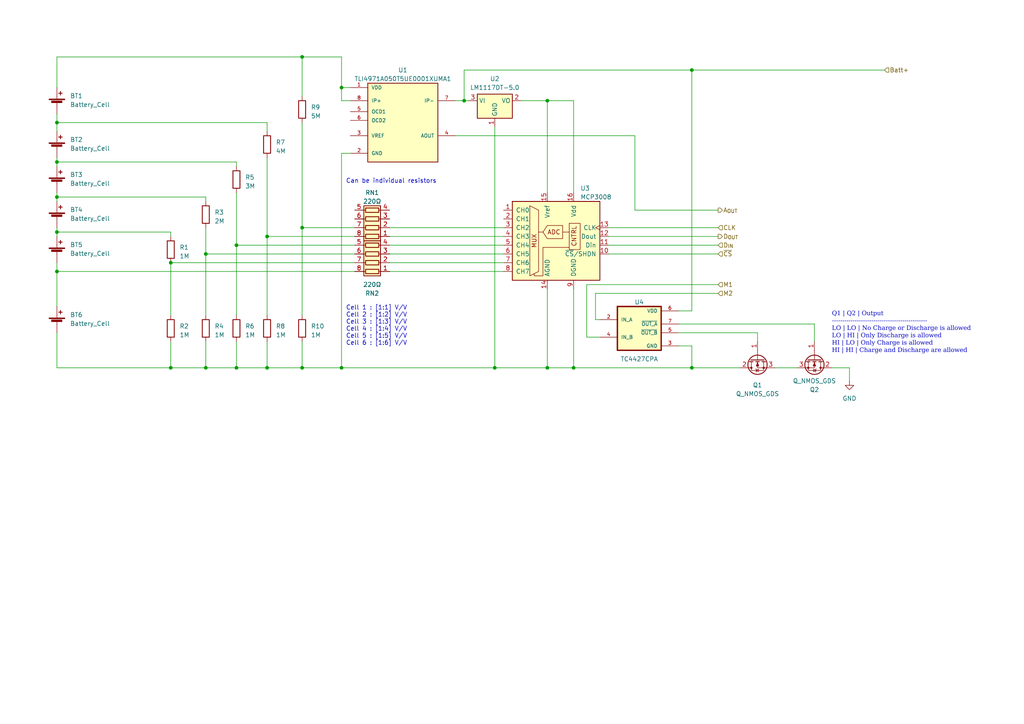
<source format=kicad_sch>
(kicad_sch (version 20230121) (generator eeschema)
  (paper "A4")
  (lib_symbols
    (symbol "Analog_ADC:MCP3008" (pin_names (offset 1.016))
      (property "Reference" "U" (at -5.08 13.335 0))
      (property "Value" "MCP3008" (at -5.08 11.43 0))
      (symbol "MCP3008_0_0"
        (text "ADC" (at -0.635 1.27 0) (effects (font (size 1.27 1.27))))
        (text "CNTRL" (at 5.969 -2.921 900) (effects (font (size 1.27 1.27)) (justify left bottom)))
        (text "MUX" (at -6.35 -1.27 900) (effects (font (size 1.27 1.27))))
      )
      (symbol "MCP3008_0_1"
        (polyline (pts (xy -3.81 1.27) (xy -5.08 1.27)))
        (polyline (pts (xy 1.905 1.27) (xy 3.81 1.27)))
        (polyline (pts (xy -7.62 8.89) (xy -7.62 -11.43) (xy -5.08 -10.16) (xy -5.08 7.62) (xy -7.62 8.89)))
        (polyline (pts (xy 3.81 -3.175) (xy -3.81 -3.175) (xy -3.81 -11.43) (xy -6.35 -11.43) (xy -6.35 -10.795)))
        (polyline (pts (xy 1.905 3.175) (xy 1.905 -0.635) (xy -2.54 -0.635) (xy -3.81 1.27) (xy -2.54 3.175) (xy 1.905 3.175)))
        (rectangle (start 3.81 -3.81) (end 6.985 3.81))
        (rectangle (start 12.7 -12.7) (end -12.7 10.16) (stroke (width 0.254)) (fill (type background)))
      )
      (symbol "MCP3008_1_1"
        (pin input line (at -15.24 7.62 0) (length 2.54) (name "CH0") (number "1"))
        (pin input line (at 15.24 -5.08 180) (length 2.54) (name "~{CS}/SHDN") (number "10"))
        (pin input line (at 15.24 -2.54 180) (length 2.54) (name "Din") (number "11"))
        (pin output line (at 15.24 0 180) (length 2.54) (name "Dout") (number "12"))
        (pin input clock (at 15.24 2.54 180) (length 2.54) (name "CLK") (number "13"))
        (pin power_in line (at -2.54 -15.24 90) (length 2.54) (name "AGND") (number "14"))
        (pin power_in line (at -2.54 12.7 270) (length 2.54) (name "Vref") (number "15"))
        (pin power_in line (at 5.08 12.7 270) (length 2.54) (name "Vdd") (number "16"))
        (pin input line (at -15.24 5.08 0) (length 2.54) (name "CH1") (number "2"))
        (pin input line (at -15.24 2.54 0) (length 2.54) (name "CH2") (number "3"))
        (pin input line (at -15.24 0 0) (length 2.54) (name "CH3") (number "4"))
        (pin input line (at -15.24 -2.54 0) (length 2.54) (name "CH4") (number "5"))
        (pin input line (at -15.24 -5.08 0) (length 2.54) (name "CH5") (number "6"))
        (pin input line (at -15.24 -7.62 0) (length 2.54) (name "CH6") (number "7"))
        (pin input line (at -15.24 -10.16 0) (length 2.54) (name "CH7") (number "8"))
        (pin power_in line (at 5.08 -15.24 90) (length 2.54) (name "DGND") (number "9"))
      )
    )
    (symbol "Device:Battery_Cell" (pin_numbers hide) (pin_names (offset 0) hide)
      (property "Reference" "BT" (at 2.54 2.54 0))
      (property "Value" "Battery_Cell" (at 2.54 0 0))
      (symbol "Battery_Cell_0_1"
        (rectangle (start -2.286 1.778) (end 2.286 1.524) (fill (type outline)))
        (rectangle (start -1.5748 1.1938) (end 1.4732 0.6858) (fill (type outline)))
        (polyline (pts (xy 0 0.762) (xy 0 0)))
        (polyline (pts (xy 0 1.778) (xy 0 2.54)))
        (polyline (pts (xy 0.508 3.429) (xy 1.524 3.429)) (stroke (width 0.254)))
        (polyline (pts (xy 1.016 3.937) (xy 1.016 2.921)) (stroke (width 0.254)))
      )
      (symbol "Battery_Cell_1_1"
        (pin passive line (at 0 5.08 270) (length 2.54) (name "+") (number "1"))
        (pin passive line (at 0 -2.54 90) (length 2.54) (name "-") (number "2"))
      )
    )
    (symbol "Device:Q_NMOS_GDS" (pin_names (offset 0) hide)
      (property "Reference" "Q" (at 5.08 1.27 0))
      (property "Value" "Q_NMOS_GDS" (at 5.08 -1.27 0))
      (symbol "Q_NMOS_GDS_0_1"
        (polyline (pts (xy 0.254 0) (xy -2.54 0)))
        (polyline (pts (xy 0.254 1.905) (xy 0.254 -1.905)) (stroke (width 0.254)))
        (polyline (pts (xy 0.762 -1.27) (xy 0.762 -2.286)) (stroke (width 0.254)))
        (polyline (pts (xy 0.762 0.508) (xy 0.762 -0.508)) (stroke (width 0.254)))
        (polyline (pts (xy 0.762 2.286) (xy 0.762 1.27)) (stroke (width 0.254)))
        (polyline (pts (xy 2.54 2.54) (xy 2.54 1.778)))
        (polyline (pts (xy 2.54 -2.54) (xy 2.54 0) (xy 0.762 0)))
        (polyline (pts (xy 0.762 -1.778) (xy 3.302 -1.778) (xy 3.302 1.778) (xy 0.762 1.778)))
        (polyline (pts (xy 1.016 0) (xy 2.032 0.381) (xy 2.032 -0.381) (xy 1.016 0)) (fill (type outline)))
        (polyline (pts (xy 2.794 0.508) (xy 2.921 0.381) (xy 3.683 0.381) (xy 3.81 0.254)))
        (polyline (pts (xy 3.302 0.381) (xy 2.921 -0.254) (xy 3.683 -0.254) (xy 3.302 0.381)))
        (circle (center 1.651 0) (radius 2.794) (stroke (width 0.254)))
        (circle (center 2.54 -1.778) (radius 0.254) (fill (type outline)))
        (circle (center 2.54 1.778) (radius 0.254) (fill (type outline)))
      )
      (symbol "Q_NMOS_GDS_1_1"
        (pin input line (at -5.08 0 0) (length 2.54) (name "G") (number "1"))
        (pin passive line (at 2.54 5.08 270) (length 2.54) (name "D") (number "2"))
        (pin passive line (at 2.54 -5.08 90) (length 2.54) (name "S") (number "3"))
      )
    )
    (symbol "Device:R" (pin_numbers hide) (pin_names (offset 0))
      (property "Reference" "R" (at 2.032 0 90))
      (property "Value" "R" (at 0 0 90))
      (symbol "R_0_1"
        (rectangle (start -1.016 -2.54) (end 1.016 2.54) (stroke (width 0.254)))
      )
      (symbol "R_1_1"
        (pin passive line (at 0 3.81 270) (length 1.27) (name "~") (number "1"))
        (pin passive line (at 0 -3.81 90) (length 1.27) (name "~") (number "2"))
      )
    )
    (symbol "Device:R_Pack04" (pin_names (offset 0) hide)
      (property "Reference" "RN" (at -7.62 0 90))
      (property "Value" "R_Pack04" (at 5.08 0 90))
      (symbol "R_Pack04_0_1"
        (rectangle (start -6.35 -2.413) (end 3.81 2.413) (stroke (width 0.254)) (fill (type background)))
        (rectangle (start -5.715 1.905) (end -4.445 -1.905) (stroke (width 0.254)))
        (rectangle (start -3.175 1.905) (end -1.905 -1.905) (stroke (width 0.254)))
        (rectangle (start -0.635 1.905) (end 0.635 -1.905) (stroke (width 0.254)))
        (polyline (pts (xy -5.08 -2.54) (xy -5.08 -1.905)))
        (polyline (pts (xy -5.08 1.905) (xy -5.08 2.54)))
        (polyline (pts (xy -2.54 -2.54) (xy -2.54 -1.905)))
        (polyline (pts (xy -2.54 1.905) (xy -2.54 2.54)))
        (polyline (pts (xy 0 -2.54) (xy 0 -1.905)))
        (polyline (pts (xy 0 1.905) (xy 0 2.54)))
        (polyline (pts (xy 2.54 -2.54) (xy 2.54 -1.905)))
        (polyline (pts (xy 2.54 1.905) (xy 2.54 2.54)))
        (rectangle (start 1.905 1.905) (end 3.175 -1.905) (stroke (width 0.254)))
      )
      (symbol "R_Pack04_1_1"
        (pin passive line (at -5.08 -5.08 90) (length 2.54) (name "R1.1") (number "1"))
        (pin passive line (at -2.54 -5.08 90) (length 2.54) (name "R2.1") (number "2"))
        (pin passive line (at 0 -5.08 90) (length 2.54) (name "R3.1") (number "3"))
        (pin passive line (at 2.54 -5.08 90) (length 2.54) (name "R4.1") (number "4"))
        (pin passive line (at 2.54 5.08 270) (length 2.54) (name "R4.2") (number "5"))
        (pin passive line (at 0 5.08 270) (length 2.54) (name "R3.2") (number "6"))
        (pin passive line (at -2.54 5.08 270) (length 2.54) (name "R2.2") (number "7"))
        (pin passive line (at -5.08 5.08 270) (length 2.54) (name "R1.2") (number "8"))
      )
    )
    (symbol "Regulator_Linear:LM1117DT-5.0"
      (property "Reference" "U" (at -3.81 3.175 0))
      (property "Value" "LM1117DT-5.0" (at 0 3.175 0))
      (symbol "LM1117DT-5.0_0_1"
        (rectangle (start -5.08 -5.08) (end 5.08 1.905) (stroke (width 0.254)) (fill (type background)))
      )
      (symbol "LM1117DT-5.0_1_1"
        (pin power_in line (at 0 -7.62 90) (length 2.54) (name "GND") (number "1"))
        (pin power_out line (at 7.62 0 180) (length 2.54) (name "VO") (number "2"))
        (pin power_in line (at -7.62 0 0) (length 2.54) (name "VI") (number "3"))
      )
    )
    (symbol "TC4427CPA:TC4427CPA" (pin_names (offset 1.016))
      (property "Reference" "U77" (at 0 13.97 0))
      (property "Value" "TC4427CPA" (at 0 11.43 0))
      (symbol "TC4427CPA_0_0"
        (rectangle (start -6.35 6.35) (end 6.35 -6.35) (stroke (width 0.41)) (fill (type background)))
        (pin input line (at 11.43 2.54 180) (length 5.08) (name "IN_A") (number "2"))
        (pin power_in line (at -11.43 -5.08 0) (length 5.08) (name "GND") (number "3"))
        (pin input line (at 11.43 -2.54 180) (length 5.08) (name "IN_B") (number "4"))
        (pin output line (at -11.43 -1.27 0) (length 5.08) (name "~{OUT_B}") (number "5"))
        (pin power_in line (at -11.43 5.08 0) (length 5.08) (name "VDD") (number "6"))
        (pin output line (at -11.43 1.27 0) (length 5.08) (name "~{OUT_A}") (number "7"))
      )
    )
    (symbol "TLI4971A050T5UE0001XUMA1:TLI4971A050T5UE0001XUMA1" (pin_names (offset 1.016))
      (property "Reference" "U76" (at 0 13.97 0))
      (property "Value" "TLI4971A050T5UE0001XUMA1" (at 0 11.43 0))
      (symbol "TLI4971A050T5UE0001XUMA1_0_0"
        (rectangle (start -10.16 -12.7) (end 10.16 10.16) (stroke (width 0.254)) (fill (type background)))
        (pin power_in line (at -15.24 8.89 0) (length 5.08) (name "VDD") (number "1"))
        (pin power_in line (at -15.24 -10.16 0) (length 5.08) (name "GND") (number "2"))
        (pin bidirectional line (at -15.24 -5.08 0) (length 5.08) (name "VREF") (number "3"))
        (pin output line (at 15.24 -5.08 180) (length 5.08) (name "AOUT") (number "4"))
        (pin output line (at -15.24 1.905 0) (length 5.08) (name "OCD1") (number "5"))
        (pin output line (at -15.24 -0.635 0) (length 5.08) (name "OCD2") (number "6"))
        (pin input line (at 15.24 5.08 180) (length 5.08) (name "IP-") (number "7"))
        (pin input line (at -15.24 5.08 0) (length 5.08) (name "IP+") (number "8"))
      )
    )
    (symbol "power:GND" (power) (pin_names (offset 0))
      (property "Value" "GND" (at 0 -3.81 0))
      (symbol "GND_0_1"
        (polyline (pts (xy 0 0) (xy 0 -1.27) (xy 1.27 -1.27) (xy 0 -2.54) (xy -1.27 -1.27) (xy 0 -1.27)))
      )
      (symbol "GND_1_1"
        (pin power_in line (at 0 0 270) (length 0) hide (name "GND") (number "1"))
      )
    )
  )
  (junction (at 49.53 106.68))
  (junction (at 68.58 71.12))
  (junction (at 158.75 106.68))
  (junction (at 16.51 57.15))
  (junction (at 166.37 106.68))
  (junction (at 99.06 106.68))
  (junction (at 77.47 106.68))
  (junction (at 200.66 106.68))
  (junction (at 59.69 73.66))
  (junction (at 87.63 66.04))
  (junction (at 158.75 29.21))
  (junction (at 59.69 106.68))
  (junction (at 99.06 25.4))
  (junction (at 68.58 106.68))
  (junction (at 200.66 20.32))
  (junction (at 16.51 46.99))
  (junction (at 87.63 16.51))
  (junction (at 16.51 67.31))
  (junction (at 16.51 35.56))
  (junction (at 16.51 78.74))
  (junction (at 49.53 76.2))
  (junction (at 87.63 106.68))
  (junction (at 143.51 106.68))
  (junction (at 77.47 68.58))
  (junction (at 134.62 29.21))
  (wire (pts (xy 59.69 73.66) (xy 59.69 91.44)))
  (wire (pts (xy 101.6 44.45) (xy 99.06 44.45)))
  (wire (pts (xy 16.51 78.74) (xy 102.87 78.74)))
  (wire (pts (xy 184.15 60.96) (xy 208.28 60.96)))
  (wire (pts (xy 143.51 106.68) (xy 158.75 106.68)))
  (wire (pts (xy 246.38 106.68) (xy 241.3 106.68)))
  (wire (pts (xy 166.37 106.68) (xy 200.66 106.68)))
  (wire (pts (xy 77.47 68.58) (xy 102.87 68.58)))
  (wire (pts (xy 87.63 16.51) (xy 87.63 27.94)))
  (wire (pts (xy 101.6 25.4) (xy 99.06 25.4)))
  (wire (pts (xy 49.53 99.06) (xy 49.53 106.68)))
  (wire (pts (xy 170.18 97.79) (xy 170.18 82.55)))
  (wire (pts (xy 99.06 44.45) (xy 99.06 106.68)))
  (wire (pts (xy 176.53 66.04) (xy 208.28 66.04)))
  (wire (pts (xy 99.06 25.4) (xy 99.06 29.21)))
  (wire (pts (xy 16.51 46.99) (xy 68.58 46.99)))
  (wire (pts (xy 158.75 83.82) (xy 158.75 106.68)))
  (wire (pts (xy 68.58 71.12) (xy 68.58 91.44)))
  (wire (pts (xy 113.03 73.66) (xy 146.05 73.66)))
  (wire (pts (xy 236.22 93.98) (xy 196.85 93.98)))
  (wire (pts (xy 16.51 45.72) (xy 16.51 46.99)))
  (wire (pts (xy 77.47 99.06) (xy 77.47 106.68)))
  (wire (pts (xy 49.53 67.31) (xy 49.53 68.58)))
  (wire (pts (xy 172.72 92.71) (xy 172.72 85.09)))
  (wire (pts (xy 134.62 29.21) (xy 135.89 29.21)))
  (wire (pts (xy 113.03 68.58) (xy 146.05 68.58)))
  (wire (pts (xy 132.08 29.21) (xy 134.62 29.21)))
  (wire (pts (xy 49.53 106.68) (xy 59.69 106.68)))
  (wire (pts (xy 16.51 16.51) (xy 16.51 25.4)))
  (wire (pts (xy 134.62 20.32) (xy 200.66 20.32)))
  (wire (pts (xy 16.51 106.68) (xy 49.53 106.68)))
  (wire (pts (xy 68.58 55.88) (xy 68.58 71.12)))
  (wire (pts (xy 59.69 57.15) (xy 59.69 58.42)))
  (wire (pts (xy 246.38 110.49) (xy 246.38 106.68)))
  (wire (pts (xy 16.51 67.31) (xy 16.51 68.58)))
  (wire (pts (xy 172.72 85.09) (xy 208.28 85.09)))
  (wire (pts (xy 16.51 78.74) (xy 16.51 88.9)))
  (wire (pts (xy 200.66 20.32) (xy 256.54 20.32)))
  (wire (pts (xy 59.69 106.68) (xy 68.58 106.68)))
  (wire (pts (xy 68.58 106.68) (xy 77.47 106.68)))
  (wire (pts (xy 173.99 97.79) (xy 170.18 97.79)))
  (wire (pts (xy 166.37 29.21) (xy 166.37 55.88)))
  (wire (pts (xy 170.18 82.55) (xy 208.28 82.55)))
  (wire (pts (xy 87.63 99.06) (xy 87.63 106.68)))
  (wire (pts (xy 16.51 46.99) (xy 16.51 48.26)))
  (wire (pts (xy 113.03 66.04) (xy 146.05 66.04)))
  (wire (pts (xy 16.51 55.88) (xy 16.51 57.15)))
  (wire (pts (xy 113.03 78.74) (xy 146.05 78.74)))
  (wire (pts (xy 113.03 76.2) (xy 146.05 76.2)))
  (wire (pts (xy 184.15 39.37) (xy 132.08 39.37)))
  (wire (pts (xy 77.47 68.58) (xy 77.47 91.44)))
  (wire (pts (xy 99.06 106.68) (xy 143.51 106.68)))
  (wire (pts (xy 176.53 71.12) (xy 208.28 71.12)))
  (wire (pts (xy 176.53 68.58) (xy 208.28 68.58)))
  (wire (pts (xy 49.53 76.2) (xy 102.87 76.2)))
  (wire (pts (xy 87.63 66.04) (xy 87.63 91.44)))
  (wire (pts (xy 200.66 100.33) (xy 200.66 106.68)))
  (wire (pts (xy 49.53 76.2) (xy 49.53 91.44)))
  (wire (pts (xy 87.63 35.56) (xy 87.63 66.04)))
  (wire (pts (xy 16.51 67.31) (xy 49.53 67.31)))
  (wire (pts (xy 87.63 66.04) (xy 102.87 66.04)))
  (wire (pts (xy 68.58 99.06) (xy 68.58 106.68)))
  (wire (pts (xy 77.47 45.72) (xy 77.47 68.58)))
  (wire (pts (xy 99.06 25.4) (xy 99.06 16.51)))
  (wire (pts (xy 184.15 60.96) (xy 184.15 39.37)))
  (wire (pts (xy 16.51 76.2) (xy 16.51 78.74)))
  (wire (pts (xy 151.13 29.21) (xy 158.75 29.21)))
  (wire (pts (xy 143.51 36.83) (xy 143.51 106.68)))
  (wire (pts (xy 59.69 66.04) (xy 59.69 73.66)))
  (wire (pts (xy 158.75 106.68) (xy 166.37 106.68)))
  (wire (pts (xy 224.79 106.68) (xy 231.14 106.68)))
  (wire (pts (xy 196.85 100.33) (xy 200.66 100.33)))
  (wire (pts (xy 166.37 83.82) (xy 166.37 106.68)))
  (wire (pts (xy 16.51 96.52) (xy 16.51 106.68)))
  (wire (pts (xy 99.06 29.21) (xy 101.6 29.21)))
  (wire (pts (xy 77.47 106.68) (xy 87.63 106.68)))
  (wire (pts (xy 68.58 46.99) (xy 68.58 48.26)))
  (wire (pts (xy 59.69 73.66) (xy 102.87 73.66)))
  (wire (pts (xy 16.51 33.02) (xy 16.51 35.56)))
  (wire (pts (xy 16.51 35.56) (xy 16.51 38.1)))
  (wire (pts (xy 196.85 90.17) (xy 200.66 90.17)))
  (wire (pts (xy 87.63 106.68) (xy 99.06 106.68)))
  (wire (pts (xy 236.22 99.06) (xy 236.22 93.98)))
  (wire (pts (xy 134.62 29.21) (xy 134.62 20.32)))
  (wire (pts (xy 173.99 92.71) (xy 172.72 92.71)))
  (wire (pts (xy 87.63 16.51) (xy 16.51 16.51)))
  (wire (pts (xy 200.66 20.32) (xy 200.66 90.17)))
  (wire (pts (xy 196.85 96.52) (xy 219.71 96.52)))
  (wire (pts (xy 16.51 57.15) (xy 16.51 58.42)))
  (wire (pts (xy 77.47 35.56) (xy 77.47 38.1)))
  (wire (pts (xy 158.75 29.21) (xy 166.37 29.21)))
  (wire (pts (xy 113.03 71.12) (xy 146.05 71.12)))
  (wire (pts (xy 158.75 29.21) (xy 158.75 55.88)))
  (wire (pts (xy 176.53 73.66) (xy 208.28 73.66)))
  (wire (pts (xy 219.71 96.52) (xy 219.71 99.06)))
  (wire (pts (xy 16.51 35.56) (xy 77.47 35.56)))
  (wire (pts (xy 59.69 99.06) (xy 59.69 106.68)))
  (wire (pts (xy 16.51 66.04) (xy 16.51 67.31)))
  (wire (pts (xy 200.66 106.68) (xy 214.63 106.68)))
  (wire (pts (xy 16.51 57.15) (xy 59.69 57.15)))
  (wire (pts (xy 87.63 16.51) (xy 99.06 16.51)))
  (wire (pts (xy 68.58 71.12) (xy 102.87 71.12)))
  (text "Q1 | Q2 | Output\n----------------------------------------------\nLO | LO | No Charge or Discharge is allowed\nLO | HI | Only Discharge is allowed\nHI | LO | Only Charge is allowed\nHI | HI | Charge and Discharge are allowed" (at 241.3 102.87 0) (effects (font (size 1.27 1.27)) (justify left bottom)))
  (text "Cell 1 : [1:1] V/V\nCell 2 : [1:2] V/V\nCell 3 : [1:3] V/V\nCell 4 : [1:4] V/V\nCell 5 : [1:5] V/V\nCell 6 : [1:6] V/V" (at 100.33 100.33 0) (effects (font (size 1.27 1.27)) (justify left bottom)))
  (text "Can be individual resistors" (at 100.33 53.34 0) (effects (font (size 1.27 1.27)) (justify left bottom)))
  (hierarchical_label "CLK" (shape input) (at 208.28 66.04 0))
  (hierarchical_label "M1" (shape input) (at 208.28 82.55 0))
  (hierarchical_label "D_{IN}" (shape input) (at 208.28 71.12 0))
  (hierarchical_label "A_{OUT}" (shape output) (at 208.28 60.96 0))
  (hierarchical_label "D_{OUT}" (shape output) (at 208.28 68.58 0))
  (hierarchical_label "~{CS}" (shape input) (at 208.28 73.66 0))
  (hierarchical_label "M2" (shape input) (at 208.28 85.09 0))
  (hierarchical_label "Batt+" (shape input) (at 256.54 20.32 0))
  (symbol (lib_id "Device:R") (at 87.63 95.25 0) (unit 1)
    (property "Reference" "R10" (at 90.17 94.615 0) (effects (justify left)))
    (property "Value" "1M" (at 90.17 97.155 0) (effects (justify left)))
  )
  (symbol (lib_id "Device:R_Pack04") (at 107.95 63.5 90) (unit 1)
    (property "Reference" "RN1" (at 107.95 55.88 90))
    (property "Value" "220Ω" (at 107.95 58.42 90))
  )
  (symbol (lib_id "Device:R") (at 49.53 95.25 0) (unit 1)
    (property "Reference" "R2" (at 52.07 94.615 0) (effects (justify left)))
    (property "Value" "1M" (at 52.07 97.155 0) (effects (justify left)))
  )
  (symbol (lib_id "Device:R") (at 77.47 95.25 0) (unit 1)
    (property "Reference" "R8" (at 80.01 94.615 0) (effects (justify left)))
    (property "Value" "1M" (at 80.01 97.155 0) (effects (justify left)))
  )
  (symbol (lib_id "Device:R") (at 59.69 62.23 0) (unit 1)
    (property "Reference" "R3" (at 62.23 61.595 0) (effects (justify left)))
    (property "Value" "2M" (at 62.23 64.135 0) (effects (justify left)))
  )
  (symbol (lib_id "Device:Battery_Cell") (at 16.51 53.34 0) (unit 1)
    (property "Reference" "BT3" (at 20.32 50.673 0) (effects (justify left)))
    (property "Value" "Battery_Cell" (at 20.32 53.213 0) (effects (justify left)))
  )
  (symbol (lib_id "power:GND") (at 246.38 110.49 0) (unit 1)
    (property "Reference" "#PWR01" (effects hide))
    (property "Value" "GND" (at 246.38 115.57 0))
  )
  (symbol (lib_id "Device:R_Pack04") (at 107.95 73.66 90) (unit 1)
    (property "Reference" "RN2" (at 107.95 85.09 90))
    (property "Value" "220Ω" (at 107.95 82.55 90))
  )
  (symbol (lib_id "TLI4971A050T5UE0001XUMA1:TLI4971A050T5UE0001XUMA1") (at 116.84 34.29 0) (unit 1)
    (property "Reference" "U1" (at 116.84 20.32 0))
    (property "Value" "TLI4971A050T5UE0001XUMA1" (at 116.84 22.86 0))
    (property "Footprint" "IC_TLI4971A050T5UE0001XUMA1" (effects hide))
    (property "STANDARD" "Manufacturer Recommendations" (effects hide))
    (property "MANUFACTURER" "Infineon Technologies" (effects hide))
    (property "MAXIMUM_PACKAGE_HEIGHT" "1.1 mm" (effects hide))
    (property "PARTREV" "1.20" (effects hide))
  )
  (symbol (lib_id "Device:R") (at 77.47 41.91 0) (unit 1)
    (property "Reference" "R7" (at 80.01 41.275 0) (effects (justify left)))
    (property "Value" "4M" (at 80.01 43.815 0) (effects (justify left)))
  )
  (symbol (lib_id "Analog_ADC:MCP3008") (at 161.29 68.58 0) (unit 1)
    (property "Reference" "U3" (at 168.3259 54.61 0) (effects (justify left)))
    (property "Value" "MCP3008" (at 168.3259 57.15 0) (effects (justify left)))
    (property "Datasheet" "http://ww1.microchip.com/downloads/en/DeviceDoc/21295d.pdf" (effects hide))
  )
  (symbol (lib_id "Device:Battery_Cell") (at 16.51 93.98 0) (unit 1)
    (property "Reference" "BT6" (at 20.32 91.313 0) (effects (justify left)))
    (property "Value" "Battery_Cell" (at 20.32 93.853 0) (effects (justify left)))
  )
  (symbol (lib_id "Device:R") (at 87.63 31.75 0) (unit 1)
    (property "Reference" "R9" (at 90.17 31.115 0) (effects (justify left)))
    (property "Value" "5M" (at 90.17 33.655 0) (effects (justify left)))
  )
  (symbol (lib_id "Device:Q_NMOS_GDS") (at 219.71 104.14 90) (mirror x) (unit 1)
    (property "Reference" "Q1" (at 219.71 111.6956 90))
    (property "Value" "Q_NMOS_GDS" (at 219.71 114.2356 90))
    (property "URL" "https://www.acdcshop.gr/transistornmosfetunipolarhexfet40v404a366wto247ac-p-26840.html?f=361_37259%2C" (effects hide))
  )
  (symbol (lib_id "Device:R") (at 68.58 95.25 0) (unit 1)
    (property "Reference" "R6" (at 71.12 94.615 0) (effects (justify left)))
    (property "Value" "1M" (at 71.12 97.155 0) (effects (justify left)))
  )
  (symbol (lib_id "Regulator_Linear:LM1117DT-5.0") (at 143.51 29.21 0) (unit 1)
    (property "Reference" "U2" (at 143.51 22.86 0))
    (property "Value" "LM1117DT-5.0" (at 143.51 25.4 0))
    (property "Footprint" "Package_TO_SOT_SMD:TO-252-3_TabPin2" (effects hide))
    (property "Datasheet" "http://www.ti.com/lit/ds/symlink/lm1117.pdf" (effects hide))
  )
  (symbol (lib_id "Device:Q_NMOS_GDS") (at 236.22 104.14 270) (unit 1)
    (property "Reference" "Q2" (at 236.22 113.03 90))
    (property "Value" "Q_NMOS_GDS" (at 236.22 110.49 90))
    (property "URL" "https://www.acdcshop.gr/transistornmosfetunipolarhexfet40v404a366wto247ac-p-26840.html?f=361_37259%2C" (effects hide))
  )
  (symbol (lib_id "Device:R") (at 49.53 72.39 0) (unit 1)
    (property "Reference" "R1" (at 52.07 71.755 0) (effects (justify left)))
    (property "Value" "1M" (at 52.07 74.295 0) (effects (justify left)))
  )
  (symbol (lib_id "Device:Battery_Cell") (at 16.51 73.66 0) (unit 1)
    (property "Reference" "BT5" (at 20.32 70.993 0) (effects (justify left)))
    (property "Value" "Battery_Cell" (at 20.32 73.533 0) (effects (justify left)))
  )
  (symbol (lib_id "Device:R") (at 59.69 95.25 0) (unit 1)
    (property "Reference" "R4" (at 62.23 94.615 0) (effects (justify left)))
    (property "Value" "1M" (at 62.23 97.155 0) (effects (justify left)))
  )
  (symbol (lib_id "Device:Battery_Cell") (at 16.51 43.18 0) (unit 1)
    (property "Reference" "BT2" (at 20.32 40.513 0) (effects (justify left)))
    (property "Value" "Battery_Cell" (at 20.32 43.053 0) (effects (justify left)))
  )
  (symbol (lib_id "Device:R") (at 68.58 52.07 0) (unit 1)
    (property "Reference" "R5" (at 71.12 51.435 0) (effects (justify left)))
    (property "Value" "3M" (at 71.12 53.975 0) (effects (justify left)))
  )
  (symbol (lib_id "Device:Battery_Cell") (at 16.51 30.48 0) (unit 1)
    (property "Reference" "BT1" (at 20.32 27.813 0) (effects (justify left)))
    (property "Value" "Battery_Cell" (at 20.32 30.353 0) (effects (justify left)))
  )
  (symbol (lib_id "TC4427CPA:TC4427CPA") (at 185.42 95.25 0) (mirror y) (unit 1)
    (property "Reference" "U4" (at 185.42 87.63 0))
    (property "Value" "TC4427CPA" (at 185.42 104.14 0))
    (property "Footprint" "DIP794W46P254L978H432Q8" (effects hide))
    (property "STANDARD" "IPC-7351B" (effects hide))
    (property "PARTREV" "LTR" (effects hide))
    (property "MANUFACTURER" "Microchip" (effects hide))
  )
  (symbol (lib_id "Device:Battery_Cell") (at 16.51 63.5 0) (unit 1)
    (property "Reference" "BT4" (at 20.32 60.833 0) (effects (justify left)))
    (property "Value" "Battery_Cell" (at 20.32 63.373 0) (effects (justify left)))
  )
)
</source>
